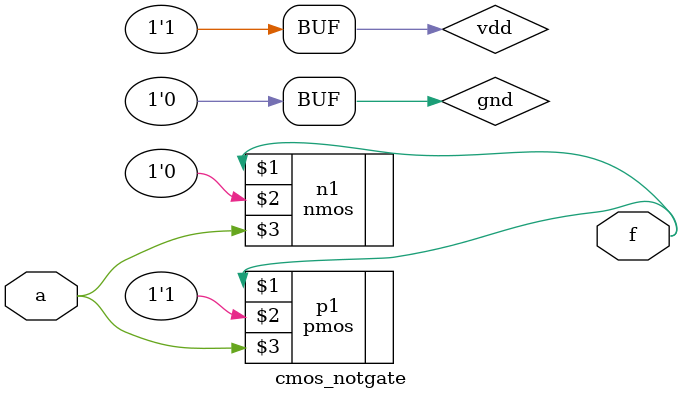
<source format=v>
`timescale 1ns / 1ps


module cmos_notgate(
input a,
output f);

supply1 vdd;
supply0 gnd;

pmos p1(f,vdd,a);
nmos n1(f,gnd,a);
endmodule


</source>
